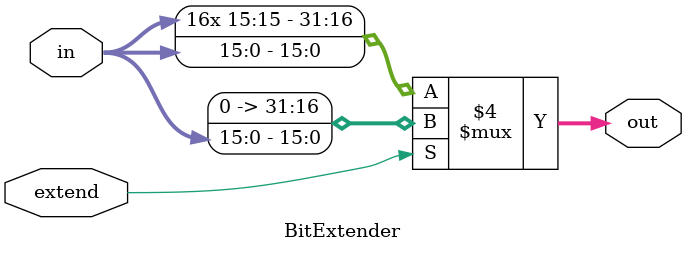
<source format=v>
module BitExtender (
    input extend, //! If x==0, do sign extend, else do zero extend
    input [15:0] in, //! Input value (16 bits)
    output [31:0] out //! Extended output value (32 bits)
);

    always @ (extend or in) begin
        if (~extend)
            out = {{16{in[15]}}, in};
        else
            out = {16'h0, in};
    end
endmodule


</source>
